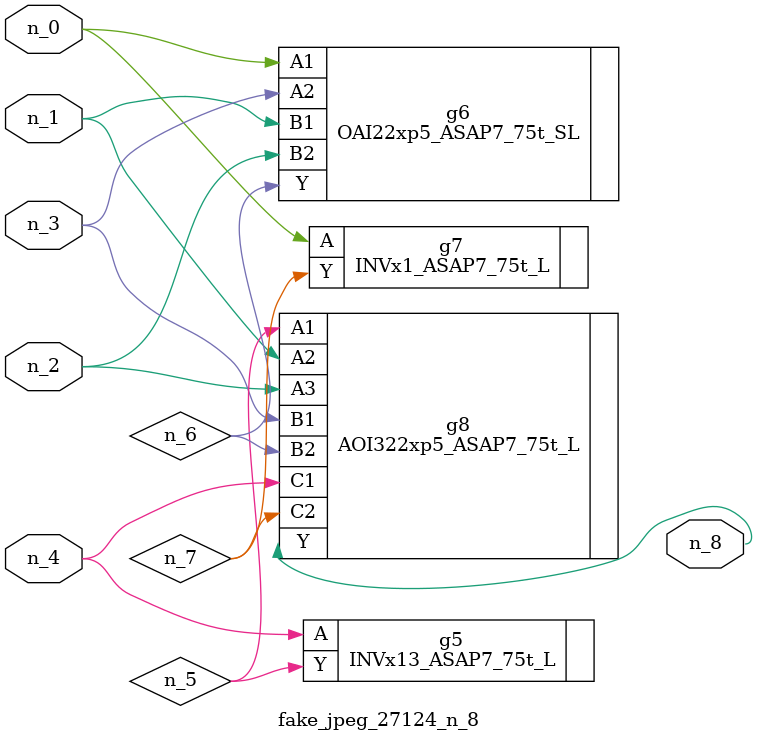
<source format=v>
module fake_jpeg_27124_n_8 (n_3, n_2, n_1, n_0, n_4, n_8);

input n_3;
input n_2;
input n_1;
input n_0;
input n_4;

output n_8;

wire n_6;
wire n_5;
wire n_7;

INVx13_ASAP7_75t_L g5 ( 
.A(n_4),
.Y(n_5)
);

OAI22xp5_ASAP7_75t_SL g6 ( 
.A1(n_0),
.A2(n_3),
.B1(n_1),
.B2(n_2),
.Y(n_6)
);

INVx1_ASAP7_75t_L g7 ( 
.A(n_0),
.Y(n_7)
);

AOI322xp5_ASAP7_75t_L g8 ( 
.A1(n_5),
.A2(n_1),
.A3(n_2),
.B1(n_3),
.B2(n_6),
.C1(n_4),
.C2(n_7),
.Y(n_8)
);


endmodule
</source>
